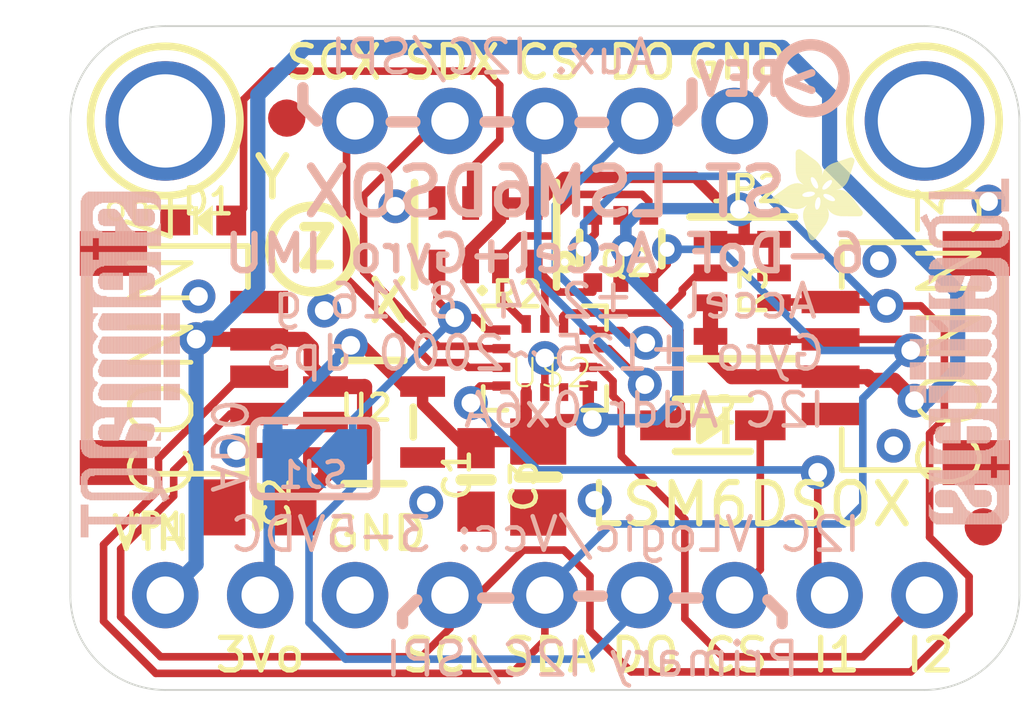
<source format=kicad_pcb>
(kicad_pcb (version 20211014) (generator pcbnew)
  (layers (0 "F.Cu" signal) (31 "B.Cu" signal) (34 "B.Paste" user) (35 "F.Paste" user) (36 "B.SilkS" user "B.Silkscreen") (37 "F.SilkS" user "F.Silkscreen") (38 "B.Mask" user) (39 "F.Mask" user) (44 "Edge.Cuts" user))
  (net 0 "")
  (net 1 "GND")
  (net 2 "SDA")
  (net 3 "SCL")
  (net 4 "SCL_3V")
  (net 5 "SDA_3V")
  (net 6 "3.3V")
  (net 7 "VCC")
  (net 8 "N$1")
  (net 9 "INT1")
  (net 10 "INT2")
  (net 11 "SDO")
  (net 12 "SDX")
  (net 13 "SCX")
  (net 14 "OCS_AUX")
  (net 15 "SDO_AUX")
  (net 16 "CS_5V")
  (net 17 "CS_3V")
  (footprint "boardEagle:1X05_ROUND_70" (layer "F.Cu") (at 148.5011 98.6536 180)
    (fp_text reference "JP2" (at -6.4262 -1.8288) (layer "F.SilkS") (effects (font (size 0.692831 0.692831) (thickness 0.119969)) (justify right)))
    (fp_text value "")
    (pad "1" thru_hole circle (at -5.08 0 270) (size 1.778 1.778) (drill 1) (layers *.Cu *.Mask) (net 1 "GND"))
    (pad "2" thru_hole circle (at -2.54 0 270) (size 1.778 1.778) (drill 1) (layers *.Cu *.Mask) (net 15 "SDO_AUX"))
    (pad "3" thru_hole circle (at 0 0 270) (size 1.778 1.778) (drill 1) (layers *.Cu *.Mask) (net 14 "OCS_AUX"))
    (pad "4" thru_hole circle (at 2.54 0 270) (size 1.778 1.778) (drill 1) (layers *.Cu *.Mask) (net 12 "SDX"))
    (pad "5" thru_hole circle (at 5.08 0 270) (size 1.778 1.778) (drill 1) (layers *.Cu *.Mask) (net 13 "SCX"))
  )
  (footprint "boardEagle:1X09_ROUND_70" (layer "F.Cu") (at 148.5011 111.3536)
    (fp_text reference "JP1" (at -11.5062 -1.8288) (layer "F.SilkS") (effects (font (size 0.692831 0.692831) (thickness 0.119969)) (justify left)))
    (fp_text value "")
    (pad "1" thru_hole circle (at -10.16 0 90) (size 1.778 1.778) (drill 1) (layers *.Cu *.Mask) (net 7 "VCC"))
    (pad "2" thru_hole circle (at -7.62 0 90) (size 1.778 1.778) (drill 1) (layers *.Cu *.Mask) (net 6 "3.3V"))
    (pad "3" thru_hole circle (at -5.08 0 90) (size 1.778 1.778) (drill 1) (layers *.Cu *.Mask) (net 1 "GND"))
    (pad "4" thru_hole circle (at -2.54 0 90) (size 1.778 1.778) (drill 1) (layers *.Cu *.Mask) (net 3 "SCL"))
    (pad "5" thru_hole circle (at 0 0 90) (size 1.778 1.778) (drill 1) (layers *.Cu *.Mask) (net 2 "SDA"))
    (pad "6" thru_hole circle (at 2.54 0 90) (size 1.778 1.778) (drill 1) (layers *.Cu *.Mask) (net 11 "SDO"))
    (pad "7" thru_hole circle (at 5.08 0 90) (size 1.778 1.778) (drill 1) (layers *.Cu *.Mask) (net 16 "CS_5V"))
    (pad "8" thru_hole circle (at 7.62 0 90) (size 1.778 1.778) (drill 1) (layers *.Cu *.Mask) (net 9 "INT1"))
    (pad "9" thru_hole circle (at 10.16 0 90) (size 1.778 1.778) (drill 1) (layers *.Cu *.Mask) (net 10 "INT2"))
  )
  (footprint "boardEagle:RESPACK_4X0603" (layer "F.Cu") (at 146.9136 101.7016 180)
    (fp_text reference "R2" (at -1.6 -1.6) (layer "F.SilkS") (effects (font (size 0.692831 0.692831) (thickness 0.119969)) (justify right)))
    (fp_text value "10K")
    (pad "1" smd rect (at -1.3 0.85 180) (size 0.45 0.9) (layers "F.Cu" "F.Paste" "F.Mask") (net 6 "3.3V"))
    (pad "2" smd rect (at -0.4 0.85 180) (size 0.45 0.9) (layers "F.Cu" "F.Paste" "F.Mask") (net 6 "3.3V"))
    (pad "3" smd rect (at 0.4 0.85 180) (size 0.45 0.9) (layers "F.Cu" "F.Paste" "F.Mask") (net 8 "N$1"))
    (pad "4" smd rect (at 1.3 0.85 180) (size 0.45 0.9) (layers "F.Cu" "F.Paste" "F.Mask") (net 1 "GND"))
    (pad "5" smd rect (at 1.3 -0.85 180) (size 0.45 0.9) (layers "F.Cu" "F.Paste" "F.Mask") (net 11 "SDO"))
    (pad "6" smd rect (at 0.4 -0.85 180) (size 0.45 0.9) (layers "F.Cu" "F.Paste" "F.Mask") (net 6 "3.3V"))
    (pad "7" smd rect (at -0.4 -0.85 180) (size 0.45 0.9) (layers "F.Cu" "F.Paste" "F.Mask") (net 5 "SDA_3V"))
    (pad "8" smd rect (at -1.3 -0.85 180) (size 0.45 0.9) (layers "F.Cu" "F.Paste" "F.Mask") (net 4 "SCL_3V"))
  )
  (footprint "boardEagle:RESPACK_4X0603" (layer "F.Cu") (at 153.7843 103.124 90)
    (fp_text reference "R3" (at -0.838 0.305 90) (layer "F.SilkS") (effects (font (size 0.692831 0.692831) (thickness 0.119969)) (justify left)))
    (fp_text value "10K")
    (pad "1" smd rect (at -1.3 0.85 90) (size 0.45 0.9) (layers "F.Cu" "F.Paste" "F.Mask") (net 2 "SDA"))
    (pad "2" smd rect (at -0.4 0.85 90) (size 0.45 0.9) (layers "F.Cu" "F.Paste" "F.Mask") (net 3 "SCL"))
    (pad "3" smd rect (at 0.4 0.85 90) (size 0.45 0.9) (layers "F.Cu" "F.Paste" "F.Mask") (net 6 "3.3V"))
    (pad "4" smd rect (at 1.3 0.85 90) (size 0.45 0.9) (layers "F.Cu" "F.Paste" "F.Mask") (net 6 "3.3V"))
    (pad "5" smd rect (at 1.3 -0.85 90) (size 0.45 0.9) (layers "F.Cu" "F.Paste" "F.Mask") (net 6 "3.3V"))
    (pad "6" smd rect (at 0.4 -0.85 90) (size 0.45 0.9) (layers "F.Cu" "F.Paste" "F.Mask") (net 17 "CS_3V"))
    (pad "7" smd rect (at -0.4 -0.85 90) (size 0.45 0.9) (layers "F.Cu" "F.Paste" "F.Mask") (net 7 "VCC"))
    (pad "8" smd rect (at -1.3 -0.85 90) (size 0.45 0.9) (layers "F.Cu" "F.Paste" "F.Mask") (net 7 "VCC"))
  )
  (footprint "boardEagle:JST_SH4" (layer "F.Cu") (at 158.6611 105.0036 90)
    (fp_text reference "CONN3" (at -3.711 0.704 90) (layer "F.SilkS") (effects (font (size 1.647139 1.647139) (thickness 0.130861)) (justify left)))
    (fp_text value "STEMMA_I2C_QT" hide)
    (pad "1" smd rect (at -1.5 -2.514 180) (size 1.55 0.6) (layers "F.Cu" "F.Paste" "F.Mask") (net 1 "GND"))
    (pad "2" smd rect (at -0.5 -2.514 180) (size 1.55 0.6) (layers "F.Cu" "F.Paste" "F.Mask") (net 7 "VCC"))
    (pad "3" smd rect (at 0.5 -2.514 180) (size 1.55 0.6) (layers "F.Cu" "F.Paste" "F.Mask") (net 2 "SDA"))
    (pad "4" smd rect (at 1.5 -2.514 180) (size 1.55 0.6) (layers "F.Cu" "F.Paste" "F.Mask") (net 3 "SCL"))
    (pad "MT1" smd rect (at -2.8 1.386 180) (size 1.8 1.2) (layers "F.Cu" "F.Paste" "F.Mask"))
    (pad "MT2" smd rect (at 2.8 1.386 180) (size 1.8 1.2) (layers "F.Cu" "F.Paste" "F.Mask"))
  )
  (footprint "boardEagle:MOUNTINGHOLE_2.5_PLATED" (layer "F.Cu") (at 138.3411 98.6536)
    (fp_text reference "U$1" hide)
    (fp_text value "MOUNTINGHOLE2.5" hide)
    (pad "P$1" thru_hole circle (at 0 0) (size 3.2 3.2) (drill 2.5) (layers *.Cu *.Mask))
  )
  (footprint "boardEagle:FIDUCIAL_1MM" (layer "F.Cu") (at 141.5923 98.5774)
    (fp_text reference "FID3" hide)
    (fp_text value "FIDUCIAL_1MM" hide)
    (pad "1" smd roundrect (at 0 0) (size 1 1) (layers "F.Cu" "F.Mask") (roundrect_rratio 0.5))
  )
  (footprint "boardEagle:SOD-323" (layer "F.Cu") (at 152.9969 106.807 180)
    (fp_text reference "D2" (at -0.719 0.397) (layer "F.SilkS") (effects (font (size 0.692831 0.692831) (thickness 0.119969)) (justify right)))
    (fp_text value "1N4148")
    (pad "A" smd rect (at 1.27 0 180) (size 1.35 0.8) (layers "F.Cu" "F.Paste" "F.Mask") (net 17 "CS_3V"))
    (pad "C" smd rect (at -1.27 0 180) (size 1.35 0.8) (layers "F.Cu" "F.Paste" "F.Mask") (net 16 "CS_5V"))
  )
  (footprint "boardEagle:CHIPLED_0603_NOOUTLINE" (layer "F.Cu") (at 139.3571 101.3206 90)
    (fp_text reference "D1" (at 0.508 0.889) (layer "F.SilkS") (effects (font (size 0.692831 0.692831) (thickness 0.119969)) (justify right)))
    (fp_text value "GREEN")
    (pad "A" smd rect (at 0 0.75 90) (size 0.8 0.8) (layers "F.Cu" "F.Paste" "F.Mask") (net 8 "N$1"))
    (pad "C" smd rect (at 0 -0.75 90) (size 0.8 0.8) (layers "F.Cu" "F.Paste" "F.Mask") (net 1 "GND"))
  )
  (footprint "boardEagle:ADAFRUIT_2.5MM" (layer "F.Cu") (at 157.0101 99.4156 180)
    (fp_text reference "U$9" hide)
    (fp_text value "" hide)
  )
  (footprint "boardEagle:FIDUCIAL_1MM" (layer "F.Cu") (at 160.2359 109.5248)
    (fp_text reference "FID4" hide)
    (fp_text value "FIDUCIAL_1MM" hide)
    (pad "1" smd roundrect (at 0 0) (size 1 1) (layers "F.Cu" "F.Mask") (roundrect_rratio 0.5))
  )
  (footprint "boardEagle:JST_SH4" (layer "F.Cu") (at 138.3411 105.0036 -90)
    (fp_text reference "CONN4" (at -4.6 0.069 90) (layer "F.SilkS") (effects (font (size 1.647139 1.647139) (thickness 0.130861)) (justify right)))
    (fp_text value "STEMMA_I2C_QT" hide)
    (pad "1" smd rect (at -1.5 -2.514) (size 1.55 0.6) (layers "F.Cu" "F.Paste" "F.Mask") (net 1 "GND"))
    (pad "2" smd rect (at -0.5 -2.514) (size 1.55 0.6) (layers "F.Cu" "F.Paste" "F.Mask") (net 7 "VCC"))
    (pad "3" smd rect (at 0.5 -2.514) (size 1.55 0.6) (layers "F.Cu" "F.Paste" "F.Mask") (net 2 "SDA"))
    (pad "4" smd rect (at 1.5 -2.514) (size 1.55 0.6) (layers "F.Cu" "F.Paste" "F.Mask") (net 3 "SCL"))
    (pad "MT1" smd rect (at -2.8 1.386) (size 1.8 1.2) (layers "F.Cu" "F.Paste" "F.Mask"))
    (pad "MT2" smd rect (at 2.8 1.386) (size 1.8 1.2) (layers "F.Cu" "F.Paste" "F.Mask"))
  )
  (footprint "boardEagle:SOT363" (layer "F.Cu") (at 150.5331 102.0826)
    (fp_text reference "Q2" (at -0.635 0.381) (layer "F.SilkS") (effects (font (size 0.692831 0.692831) (thickness 0.119969)) (justify left)))
    (fp_text value "BSS138")
    (pad "1" smd rect (at -0.75 0.9) (size 0.5 0.5) (layers "F.Cu" "F.Paste" "F.Mask") (net 4 "SCL_3V"))
    (pad "2" smd rect (at 0 0.9) (size 0.4 0.5) (layers "F.Cu" "F.Paste" "F.Mask") (net 6 "3.3V"))
    (pad "3" smd rect (at 0.75 0.9) (size 0.5 0.5) (layers "F.Cu" "F.Paste" "F.Mask") (net 2 "SDA"))
    (pad "4" smd rect (at 0.75 -0.9) (size 0.5 0.5) (layers "F.Cu" "F.Paste" "F.Mask") (net 5 "SDA_3V"))
    (pad "5" smd rect (at 0 -0.9) (size 0.4 0.5) (layers "F.Cu" "F.Paste" "F.Mask") (net 6 "3.3V"))
    (pad "6" smd rect (at -0.75 -0.9) (size 0.5 0.5) (layers "F.Cu" "F.Paste" "F.Mask") (net 3 "SCL"))
  )
  (footprint "boardEagle:MOUNTINGHOLE_2.5_PLATED" (layer "F.Cu") (at 158.6611 98.6536)
    (fp_text reference "U$17" hide)
    (fp_text value "MOUNTINGHOLE2.5" hide)
    (pad "P$1" thru_hole circle (at 0 0) (size 3.2 3.2) (drill 2.5) (layers *.Cu *.Mask))
  )
  (footprint "boardEagle:SOT23-5" (layer "F.Cu") (at 143.9291 106.7181 -90)
    (fp_text reference "U2" (at -0.381 -0.562) (layer "F.SilkS") (effects (font (size 0.692831 0.692831) (thickness 0.119969)) (justify right)))
    (fp_text value "AP2112K-3.3")
    (pad "1" smd rect (at -0.95 1.3001 270) (size 0.55 1.2) (layers "F.Cu" "F.Paste" "F.Mask") (net 7 "VCC"))
    (pad "2" smd rect (at 0 1.3001 270) (size 0.55 1.2) (layers "F.Cu" "F.Paste" "F.Mask") (net 1 "GND"))
    (pad "3" smd rect (at 0.95 1.3001 270) (size 0.55 1.2) (layers "F.Cu" "F.Paste" "F.Mask") (net 7 "VCC"))
    (pad "4" smd rect (at 0.95 -1.3001 270) (size 0.55 1.2) (layers "F.Cu" "F.Paste" "F.Mask"))
    (pad "5" smd rect (at -0.95 -1.3001 270) (size 0.55 1.2) (layers "F.Cu" "F.Paste" "F.Mask") (net 6 "3.3V"))
  )
  (footprint "boardEagle:0603-NO" (layer "F.Cu") (at 146.6596 108.2675 -90)
    (fp_text reference "C1" (at -0.889 0.508 90) (layer "F.SilkS") (effects (font (size 0.692831 0.692831) (thickness 0.119969)) (justify right)))
    (fp_text value "0.1uF")
    (pad "1" smd rect (at -0.85 0 270) (size 1.075 1) (layers "F.Cu" "F.Paste" "F.Mask") (net 6 "3.3V"))
    (pad "2" smd rect (at 0.85 0 270) (size 1.075 1) (layers "F.Cu" "F.Paste" "F.Mask") (net 1 "GND"))
  )
  (footprint "boardEagle:LGA-14L" (layer "F.Cu") (at 148.5011 105.0036)
    (fp_text reference "U$2" (at -0.984 0.405) (layer "F.SilkS") (effects (font (size 0.752978 0.752978) (thickness 0.059822)) (justify left)))
    (fp_text value "LSM6DSOX")
    (fp_text user "." (at -2.159 -1.524) (layer "F.SilkS") (effects (font (size 1.63576 1.63576) (thickness 0.14224)) (justify left bottom)))
    (pad "1" smd rect (at -1.1625 -0.75) (size 0.475 0.25) (layers "F.Cu" "F.Paste" "F.Mask") (net 11 "SDO"))
    (pad "2" smd rect (at -1.1625 -0.25) (size 0.475 0.25) (layers "F.Cu" "F.Paste" "F.Mask") (net 12 "SDX"))
    (pad "3" smd rect (at -1.1625 0.25) (size 0.475 0.25) (layers "F.Cu" "F.Paste" "F.Mask") (net 13 "SCX"))
    (pad "4" smd rect (at -1.1625 0.75) (size 0.475 0.25) (layers "F.Cu" "F.Paste" "F.Mask") (net 9 "INT1"))
    (pad "5" smd rect (at -0.5 0.9125 90) (size 0.475 0.25) (layers "F.Cu" "F.Paste" "F.Mask") (net 6 "3.3V"))
    (pad "6" smd rect (at 0 0.9125 90) (size 0.475 0.25) (layers "F.Cu" "F.Paste" "F.Mask") (net 1 "GND"))
    (pad "7" smd rect (at 0.5 0.9125 90) (size 0.475 0.25) (layers "F.Cu" "F.Paste" "F.Mask") (net 1 "GND"))
    (pad "8" smd rect (at 1.1625 0.75 180) (size 0.475 0.25) (layers "F.Cu" "F.Paste" "F.Mask") (net 6 "3.3V"))
    (pad "9" smd rect (at 1.1625 0.25 180) (size 0.475 0.25) (layers "F.Cu" "F.Paste" "F.Mask") (net 10 "INT2"))
    (pad "10" smd rect (at 1.1625 -0.25 180) (size 0.475 0.25) (layers "F.Cu" "F.Paste" "F.Mask") (net 14 "OCS_AUX"))
    (pad "11" smd rect (at 1.1625 -0.75 180) (size 0.475 0.25) (layers "F.Cu" "F.Paste" "F.Mask") (net 15 "SDO_AUX"))
    (pad "12" smd rect (at 0.5 -0.9125 270) (size 0.475 0.25) (layers "F.Cu" "F.Paste" "F.Mask") (net 17 "CS_3V"))
    (pad "13" smd rect (at 0 -0.9125 270) (size 0.475 0.25) (layers "F.Cu" "F.Paste" "F.Mask") (net 4 "SCL_3V"))
    (pad "14" smd rect (at -0.5 -0.9125 270) (size 0.475 0.25) (layers "F.Cu" "F.Paste" "F.Mask") (net 5 "SDA_3V"))
  )
  (footprint "boardEagle:0805-NO" (layer "F.Cu") (at 140.8176 109.0041 180)
    (fp_text reference "C2" (at -0.508 -0.635 90) (layer "F.SilkS") (effects (font (size 0.692831 0.692831) (thickness 0.119969)) (justify left)))
    (fp_text value "10uF")
    (pad "1" smd rect (at -0.95 0 180) (size 1.24 1.5) (layers "F.Cu" "F.Paste" "F.Mask") (net 7 "VCC"))
    (pad "2" smd rect (at 0.95 0 180) (size 1.24 1.5) (layers "F.Cu" "F.Paste" "F.Mask") (net 1 "GND"))
  )
  (footprint "boardEagle:0805-NO" (layer "F.Cu") (at 148.3233 108.1913 -90)
    (fp_text reference "C3" (at -0.508 0.381 90) (layer "F.SilkS") (effects (font (size 0.692831 0.692831) (thickness 0.119969)) (justify right)))
    (fp_text value "10uF")
    (pad "1" smd rect (at -0.95 0 270) (size 1.24 1.5) (layers "F.Cu" "F.Paste" "F.Mask") (net 6 "3.3V"))
    (pad "2" smd rect (at 0.95 0 270) (size 1.24 1.5) (layers "F.Cu" "F.Paste" "F.Mask") (net 1 "GND"))
  )
  (footprint "boardEagle:STEMMAQT" (layer "B.Cu") (at 138.7221 100.5586 -90)
    (fp_text reference "U$31" hide)
    (fp_text value "" hide)
  )
  (footprint "boardEagle:STEMMAQT" (layer "B.Cu") (at 158.2801 109.4486 90)
    (fp_text reference "U$30" hide)
    (fp_text value "" hide)
  )
  (footprint "boardEagle:PCBFEAT-REV-040" (layer "B.Cu") (at 155.6131 97.5106 180)
    (fp_text reference "U$25" hide)
    (fp_text value "" hide)
    (fp_text user ">REV" (at -0.3556 -0.508) (layer "B.SilkS") (effects (font (size 0.8128 0.8128) (thickness 0.2032)) (justify left bottom mirror)))
  )
  (footprint "boardEagle:SOLDERJUMPER_ARROW_NOPASTE" (layer "B.Cu") (at 142.3416 107.696 180)
    (fp_text reference "SJ1" (at -0.9525 -0.4445) (layer "B.SilkS") (effects (font (size 0.692831 0.692831) (thickness 0.119969)) (justify left mirror)))
    (fp_text value "")
    (fp_poly (pts (xy 1.3946 -0.7882) (xy -0.315893 -0.7882) (xy 0.443148 0) (xy -0.315893 0.7882) (xy 1.3946 0.7882)) (layer "B.Cu") (width 0) (fill solid))
    (fp_poly (pts (xy 0.106121 -0.002663) (xy -0.679416 -0.7882) (xy -1.3946 -0.7882) (xy -1.3946 0.7882) (xy -0.62715 0.7882)) (layer "B.Cu") (width 0) (fill solid))
    (pad "1" smd roundrect (at -1.016 0 180) (size 0.762 1.524) (layers "B.Cu") (net 11 "SDO"))
    (pad "2" smd roundrect (at 1.016 0 180) (size 0.762 1.524) (layers "B.Cu") (net 6 "3.3V"))
  )
  (gr_line (start 152.4381 98.2726) (end 152.4381 97.6376) (layer "B.SilkS") (width 0.3048))
  (gr_line (start 147.5359 111.4298) (end 146.8374 111.4298) (layer "B.SilkS") (width 0.3048))
  (gr_line (start 149.4409 98.6917) (end 150.0759 98.6917) (layer "B.SilkS") (width 0.3048))
  (gr_line (start 144.3863 98.679) (end 145.0213 98.679) (layer "B.SilkS") (width 0.3048))
  (gr_line (start 152.0571 98.6536) (end 152.4381 98.2726) (layer "B.SilkS") (width 0.3048))
  (gr_line (start 142.0241 98.2726) (end 142.0241 97.7646) (layer "B.SilkS") (width 0.3048))
  (gr_line (start 144.6911 111.8616) (end 144.6911 112.1156) (layer "B.SilkS") (width 0.3048))
  (gr_line (start 150.0378 111.379) (end 149.4028 111.379) (layer "B.SilkS") (width 0.3048))
  (gr_line (start 154.8511 111.8616) (end 154.8511 112.1156) (layer "B.SilkS") (width 0.3048))
  (gr_line (start 142.4051 98.6536) (end 142.0241 98.2726) (layer "B.SilkS") (width 0.3048))
  (gr_line (start 154.4701 111.4806) (end 154.8511 111.8616) (layer "B.SilkS") (width 0.3048))
  (gr_line (start 152.6032 111.4298) (end 151.9682 111.4298) (layer "B.SilkS") (width 0.3048))
  (gr_line (start 146.9009 98.679) (end 147.5359 98.679) (layer "B.SilkS") (width 0.3048))
  (gr_line (start 145.0721 111.4806) (end 144.6911 111.8616) (layer "B.SilkS") (width 0.3048))
  (gr_arc (start 143.4251 102.0836) (mid 143.090323 102.891823) (end 142.2821 103.2266) (layer "F.SilkS") (width 0.254))
  (gr_arc (start 142.2821 103.2266) (mid 141.473877 102.891823) (end 141.1391 102.0836) (layer "F.SilkS") (width 0.254))
  (gr_arc (start 141.1391 102.0836) (mid 141.473877 101.275377) (end 142.2821 100.9406) (layer "F.SilkS") (width 0.254))
  (gr_arc (start 142.2821 100.9406) (mid 143.096188 101.269514) (end 143.4251 102.083602) (layer "F.SilkS") (width 0.254))
  (gr_line (start 158.6611 96.1136) (end 138.3411 96.1136) (layer "Edge.Cuts") (width 0.05))
  (gr_line (start 138.3411 113.8936) (end 158.6611 113.8936) (layer "Edge.Cuts") (width 0.05))
  (gr_line (start 161.2011 111.3536) (end 161.2011 98.6536) (layer "Edge.Cuts") (width 0.05))
  (gr_line (start 135.8011 98.6536) (end 135.8011 111.3536) (layer "Edge.Cuts") (width 0.05))
  (gr_arc (start 158.6611 96.1136) (mid 160.457151 96.857549) (end 161.2011 98.6536) (layer "Edge.Cuts") (width 0.05))
  (gr_arc (start 138.3411 113.8936) (mid 136.545049 113.149651) (end 135.8011 111.3536) (layer "Edge.Cuts") (width 0.05))
  (gr_arc (start 135.8011 98.6536) (mid 136.545049 96.857549) (end 138.3411 96.1136) (layer "Edge.Cuts") (width 0.05))
  (gr_arc (start 161.2011 111.3536) (mid 160.457151 113.149651) (end 158.6611 113.8936) (layer "Edge.Cuts") (width 0.05))
  (gr_text "Gyro ±125~~2000 dps" (at 148.5011 104.8766) (layer "B.SilkS") (effects (font (size 0.89408 0.89408) (thickness 0.12192)) (justify mirror)))
  (gr_text "Primary I2C/SPI" (at 149.7711 113.0681) (layer "B.SilkS") (effects (font (size 0.89408 0.89408) (thickness 0.12192)) (justify mirror)))
  (gr_text "Accel  ±2/4/8/16 g" (at 148.5011 103.4796) (layer "B.SilkS") (effects (font (size 0.89408 0.89408) (thickness 0.12192)) (justify mirror)))
  (gr_text "6-DoF Accel+Gyro IMU" (at 148.5011 102.2096) (layer "B.SilkS") (effects (font (size 0.97155 0.97155) (thickness 0.17145)) (justify mirror)))
  (gr_text "I2C Addr 0x6A" (at 151.1681 106.4006) (layer "B.SilkS") (effects (font (size 0.89408 0.89408) (thickness 0.12192)) (justify mirror)))
  (gr_text "AD0" (at 140.0302 107.3531 -90) (layer "B.SilkS") (effects (font (size 0.89408 0.89408) (thickness 0.12192)) (justify mirror)))
  (gr_text "I2C VLogic/Vcc: 3-5VDC" (at 148.5138 109.728) (layer "B.SilkS") (effects (font (size 0.89408 0.89408) (thickness 0.12192)) (justify mirror)))
  (gr_text "Aux. I2C/SPI" (at 147.1041 96.9391) (layer "B.SilkS") (effects (font (size 0.89408 0.89408) (thickness 0.12192)) (justify mirror)))
  (gr_text "ST LSM6DSOX" (at 148.5011 100.5586) (layer "B.SilkS") (effects (font (size 1.25222 1.25222) (thickness 0.22098)) (justify mirror)))
  (gr_text "LSM6DSOX" (at 154.0002 108.9279) (layer "F.SilkS") (effects (font (size 1.1049 1.1049) (thickness 0.1651))))
  (gr_text "I2" (at 158.8135 112.96015) (layer "F.SilkS") (effects (font (size 0.87376 0.87376) (thickness 0.14224))))
  (gr_text "SDX" (at 146.0119 97.08515) (layer "F.SilkS") (effects (font (size 0.87376 0.87376) (thickness 0.14224))))
  (gr_text "CS" (at 153.6065 112.96015) (layer "F.SilkS") (effects (font (size 0.87376 0.87376) (thickness 0.14224))))
  (gr_text "DO" (at 151.1046 97.08515) (layer "F.SilkS") (effects (font (size 0.87376 0.87376) (thickness 0.14224))))
  (gr_text "Y" (at 140.6231 100.8116) (layer "F.SilkS") (effects (font (size 1.0922 1.0922) (thickness 0.1778)) (justify left bottom)))
  (gr_text "DO" (at 151.1808 112.96015) (layer "F.SilkS") (effects (font (size 0.87376 0.87376) (thickness 0.14224))))
  (gr_text "VIN" (at 137.9601 109.7026) (layer "F.SilkS") (effects (font (size 0.87376 0.87376) (thickness 0.14224))))
  (gr_text "GND" (at 143.9926 109.7026) (layer "F.SilkS") (effects (font (size 0.87376 0.87376) (thickness 0.14224))))
  (gr_text "SCL" (at 145.8976 112.96015) (layer "F.SilkS") (effects (font (size 0.87376 0.87376) (thickness 0.14224))))
  (gr_text "X" (at 144.9491 102.8456) (layer "F.SilkS") (effects (font (size 1.0922 1.0922) (thickness 0.1778)) (justify right top)))
  (gr_text "on" (at 136.6266 101.3841) (layer "F.SilkS") (effects (font (size 0.715264 0.715264) (thickness 0.097536)) (justify left bottom)))
  (gr_text "SDA" (at 148.6281 112.96015) (layer "F.SilkS") (effects (font (size 0.87376 0.87376) (thickness 0.14224))))
  (gr_text "SCX" (at 142.8496 97.08515) (layer "F.SilkS") (effects (font (size 0.87376 0.87376) (thickness 0.14224))))
  (gr_text "3Vo" (at 140.8811 112.96015) (layer "F.SilkS") (effects (font (size 0.87376 0.87376) (thickness 0.14224))))
  (gr_text "CS" (at 148.6027 97.08515) (layer "F.SilkS") (effects (font (size 0.87376 0.87376) (thickness 0.14224))))
  (gr_text "GND" (at 153.6446 97.08515) (layer "F.SilkS") (effects (font (size 0.87376 0.87376) (thickness 0.14224))))
  (gr_text "Z" (at 143.0441 101.4486) (layer "F.SilkS") (effects (font (size 1.016 1.016) (thickness 0.254)) (justify right top)))
  (gr_text "I1" (at 156.2989 112.96015) (layer "F.SilkS") (effects (font (size 0.87376 0.87376) (thickness 0.14224))))
  (segment (start 142.114662 106.7962) (end 141.430762 107.4801) (width 0.254) (layer "F.Cu") (net 1))
  (segment (start 148.5011 105.9161) (end 148.5011 105.0036) (width 0.2032) (layer "F.Cu") (net 1))
  (segment (start 142.629 106.7181) (end 142.5509 106.7962) (width 0.4064) (layer "F.Cu") (net 1))
  (segment (start 141.430762 107.4801) (end 140.2461 107.4801) (width 0.4064) (layer "F.Cu") (net 1))
  (segment (start 142.5509 106.7962) (end 142.114662 106.7962) (width 0.254) (layer "F.Cu") (net 1))
  (via (at 148.5011 105.0036) (size 0.9064) (drill 0.5) (layers "F.Cu" "B.Cu") (net 1))
  (via (at 160.3756 100.8126) (size 0.9064) (drill 0.5) (layers "F.Cu" "B.Cu") (net 1))
  (via (at 145.3261 108.8771) (size 0.9064) (drill 0.5) (layers "F.Cu" "B.Cu") (net 1))
  (via (at 157.4546 102.4001) (size 0.9064) (drill 0.5) (layers "F.Cu" "B.Cu") (net 1))
  (via (at 157.8356 107.3531) (size 0.9064) (drill 0.5) (layers "F.Cu" "B.Cu") (net 1))
  (via (at 149.8346 108.8136) (size 0.9064) (drill 0.5) (layers "F.Cu" "B.Cu") (net 1))
  (via (at 144.5006 100.9396) (size 0.9064) (drill 0.5) (layers "F.Cu" "B.Cu") (net 1))
  (via (at 142.5956 103.7336) (size 0.9064) (drill 0.5) (layers "F.Cu" "B.Cu") (net 1))
  (via (at 140.2461 107.4801) (size 0.9064) (drill 0.5) (layers "F.Cu" "B.Cu") (net 1))
  (via (at 139.2301 103.3526) (size 0.9064) (drill 0.5) (layers "F.Cu" "B.Cu") (net 1))
  (segment (start 151.2831 102.9826) (end 151.7731 102.4926) (width 0.2032) (layer "F.Cu") (net 2))
  (segment (start 136.6901 109.99965) (end 136.6901 112.0521) (width 0.2032) (layer "F.Cu") (net 2))
  (segment (start 147.6121 113.4491) (end 148.5011 112.5601) (width 0.2032) (layer "F.Cu") (net 2))
  (segment (start 156.1471 104.5036) (end 154.7139 104.5036) (width 0.2032) (layer "F.Cu") (net 2))
  (segment (start 154.6343 104.424) (end 154.7139 104.5036) (width 0.2032) (layer "F.Cu") (net 2))
  (segment (start 138.1599 107.69275) (end 138.1599 108.52985) (width 0.2032) (layer "F.Cu") (net 2))
  (segment (start 151.7731 102.4926) (end 151.7731 102.091738) (width 0.2032) (layer "F.Cu") (net 2))
  (segment (start 148.5011 112.5601) (end 148.5011 111.3536) (width 0.2032) (layer "F.Cu") (net 2))
  (segment (start 156.1471 104.5036) (end 158.2928 104.5036) (width 0.2032) (layer "F.Cu") (net 2))
  (segment (start 136.6901 112.0521) (end 138.0871 113.4491) (width 0.2032) (layer "F.Cu") (net 2))
  (segment (start 140.34905 105.5036) (end 138.1599 107.69275) (width 0.2032) (layer "F.Cu") (net 2))
  (segment (start 138.1599 108.52985) (end 136.6901 109.99965) (width 0.2032) (layer "F.Cu") (net 2))
  (segment (start 138.0871 113.4491) (end 147.6121 113.4491) (width 0.2032) (layer "F.Cu") (net 2))
  (segment (start 140.8551 105.5036) (end 140.34905 105.5036) (width 0.2032) (layer "F.Cu") (net 2))
  (segment (start 158.2928 104.5036) (end 158.2928 104.8004) (width 0.2032) (layer "F.Cu") (net 2))
  (via (at 158.2928 104.8004) (size 0.9064) (drill 0.5) (layers "F.Cu" "B.Cu") (net 2))
  (via (at 151.7731 102.091738) (size 0.8064) (drill 0.4) (layers "F.Cu" "B.Cu") (net 2))
  (segment (start 151.7731 102.091738) (end 153.209237 102.091738) (width 0.2032) (layer "B.Cu") (net 2))
  (segment (start 158.2928 104.8004) (end 157.0101 106.0831) (width 0.2032) (layer "B.Cu") (net 2))
  (segment (start 157.0101 106.0831) (end 157.0101 108.9406) (width 0.2032) (layer "B.Cu") (net 2))
  (segment (start 148.5011 111.2266) (end 148.5011 111.3536) (width 0.2032) (layer "B.Cu") (net 2))
  (segment (start 153.209237 102.091738) (end 155.9179 104.8004) (width 0.2032) (layer "B.Cu") (net 2))
  (segment (start 150.2791 109.4486) (end 148.5011 111.2266) (width 0.2032) (layer "B.Cu") (net 2))
  (segment (start 156.5021 109.4486) (end 150.2791 109.4486) (width 0.2032) (layer "B.Cu") (net 2))
  (segment (start 157.0101 108.9406) (end 156.5021 109.4486) (width 0.2032) (layer "B.Cu") (net 2))
  (segment (start 158.2928 104.8004) (end 155.9179 104.8004) (width 0.2032) (layer "B.Cu") (net 2))
  (segment (start 149.0091 110.1471) (end 149.7076 110.8456) (width 0.2032) (layer "F.Cu") (net 3))
  (segment (start 138.5663 108.0169) (end 138.5663 108.698188) (width 0.2032) (layer "F.Cu") (net 3))
  (segment (start 157.5421 103.5036) (end 157.6451 103.6066) (width 0.2032) (layer "F.Cu") (net 3))
  (segment (start 147.92405 110.1471) (end 146.71755 111.3536) (width 0.2032) (layer "F.Cu") (net 3))
  (segment (start 145.9611 111.3536) (end 146.71755 111.3536) (width 0.2032) (layer "F.Cu") (net 3))
  (segment (start 156.1471 103.5036) (end 157.5421 103.5036) (width 0.2032) (layer "F.Cu") (net 3))
  (segment (start 158.5595 103.6066) (end 157.6451 103.6066) (width 0.2032) (layer "F.Cu") (net 3))
  (segment (start 149.8466 101.676013) (end 149.538937 101.983675) (width 0.2032) (layer "F.Cu") (net 3))
  (segment (start 159.1945 106.6292) (end 159.1945 104.2416) (width 0.2032) (layer "F.Cu") (net 3))
  (segment (start 149.7076 112.3061) (end 150.8125 113.411) (width 0.2032) (layer "F.Cu") (net 3))
  (segment (start 159.8549 111.848094) (end 159.8549 110.859107) (width 0.2032) (layer "F.Cu") (net 3))
  (segment (start 159.1945 104.2416) (end 158.5595 103.6066) (width 0.2032) (layer "F.Cu") (net 3))
  (segment (start 138.5663 108.698188) (end 137.1473 110.117188) (width 0.2032) (layer "F.Cu") (net 3))
  (segment (start 140.0796 106.5036) (end 138.5663 108.0169) (width 0.2032) (layer "F.Cu") (net 3))
  (segment (start 137.1473 110.117188) (end 137.1473 111.934563) (width 0.2032) (layer "F.Cu") (net 3))
  (segment (start 149.7831 101.1826) (end 149.8466 101.2461) (width 0.2032) (layer "F.Cu") (net 3))
  (segment (start 149.8466 101.2461) (end 149.8466 101.676013) (width 0.2032) (layer "F.Cu") (net 3))
  (segment (start 145.1991 113.0046) (end 145.9611 112.2426) (width 0.2032) (layer "F.Cu") (net 3))
  (segment (start 137.1473 111.934563) (end 138.217337 113.0046) (width 0.2032) (layer "F.Cu") (net 3))
  (segment (start 158.798034 107.025666) (end 159.1945 106.6292) (width 0.2032) (layer "F.Cu") (net 3))
  (segment (start 156.1471 103.5036) (end 154.6547 103.5036) (width 0.2032) (layer "F.Cu") (net 3))
  (segment (start 158.798034 109.802241) (end 158.798034 107.025666) (width 0.2032) (layer "F.Cu") (net 3))
  (segment (start 138.217337 113.0046) (end 145.1991 113.0046) (width 0.2032) (layer "F.Cu") (net 3))
  (segment (start 145.9611 112.2426) (end 145.9611 111.3536) (width 0.2032) (layer "F.Cu") (net 3))
  (segment (start 158.291993 113.411) (end 159.8549 111.848094) (width 0.2032) (layer "F.Cu") (net 3))
  (segment (start 149.7076 110.8456) (end 149.7076 112.3061) (width 0.2032) (layer "F.Cu") (net 3))
  (segment (start 150.8125 113.411) (end 158.291993 113.411) (width 0.2032) (layer "F.Cu") (net 3))
  (segment (start 140.8551 106.5036) (end 140.0796 106.5036) (width 0.2032) (layer "F.Cu") (net 3))
  (segment (start 149.538937 102.0826) (end 149.538937 101.983675) (width 0.2032) (layer "F.Cu") (net 3))
  (segment (start 147.92405 110.1471) (end 149.0091 110.1471) (width 0.2032) (layer "F.Cu") (net 3))
  (segment (start 159.8549 110.859107) (end 158.798034 109.802241) (width 0.2032) (layer "F.Cu") (net 3))
  (segment (start 154.6343 103.524) (end 154.6547 103.5036) (width 0.2032) (layer "F.Cu") (net 3))
  (via (at 149.538937 102.0826) (size 0.8064) (drill 0.4) (layers "F.Cu" "B.Cu") (net 3))
  (via (at 157.6451 103.6066) (size 0.9064) (drill 0.5) (layers "F.Cu" "B.Cu") (net 3))
  (segment (start 157.6451 103.6066) (end 157.3911 103.6066) (width 0.2032) (layer "B.Cu") (net 3))
  (segment (start 153.920437 100.135938) (end 150.807559 100.135938) (width 0.2032) (layer "B.Cu") (net 3))
  (segment (start 150.807559 100.135938) (end 149.538937 101.40456) (width 0.2032) (layer "B.Cu") (net 3))
  (segment (start 149.538937 101.40456) (end 149.538937 102.0826) (width 0.2032) (layer "B.Cu") (net 3))
  (segment (start 157.3911 103.6066) (end 153.920437 100.135938) (width 0.2032) (layer "B.Cu") (net 3))
  (segment (start 148.2136 102.5516) (end 148.8986 103.2366) (width 0.2032) (layer "F.Cu") (net 4))
  (segment (start 148.5011 102.8391) (end 148.2136 102.5516) (width 0.2032) (layer "F.Cu") (net 4))
  (segment (start 149.7831 103.236597) (end 149.783096 103.2366) (width 0.2032) (layer "F.Cu") (net 4))
  (segment (start 149.783096 103.2366) (end 148.8986 103.2366) (width 0.2032) (layer "F.Cu") (net 4))
  (segment (start 148.5011 104.0911) (end 148.5011 102.8391) (width 0.2032) (layer "F.Cu") (net 4))
  (segment (start 149.7831 102.9826) (end 149.7831 103.236597) (width 0.2032) (layer "F.Cu") (net 4))
  (segment (start 151.2831 100.8006) (end 151.2831 101.1826) (width 0.2032) (layer "F.Cu") (net 5))
  (segment (start 147.3136 103.4036) (end 147.3136 102.5516) (width 0.2032) (layer "F.Cu") (net 5))
  (segment (start 148.0011 104.0911) (end 147.3136 103.4036) (width 0.2032) (layer "F.Cu") (net 5))
  (segment (start 148.8069 101.7334) (end 148.8069 101.1418) (width 0.2032) (layer "F.Cu") (net 5))
  (segment (start 151.2831 100.8006) (end 151.1046 100.6221) (width 0.2032) (layer "F.Cu") (net 5))
  (segment (start 147.3136 102.5516) (end 147.3136 102.2541) (width 0.2032) (layer "F.Cu") (net 5))
  (segment (start 149.3266 100.6221) (end 148.8069 101.1418) (width 0.2032) (layer "F.Cu") (net 5))
  (segment (start 151.1046 100.6221) (end 149.3266 100.6221) (width 0.2032) (layer "F.Cu") (net 5))
  (segment (start 147.3136 102.2541) (end 147.8343 101.7334) (width 0.2032) (layer "F.Cu") (net 5))
  (segment (start 147.8343 101.7334) (end 148.8069 101.7334) (width 0.2032) (layer "F.Cu") (net 5))
  (segment (start 149.6636 106.5716) (end 149.5806 106.6546) (width 0.3048) (layer "F.Cu") (net 6))
  (segment (start 148.0011 105.9161) (end 148.0011 106.9191) (width 0.3048) (layer "F.Cu") (net 6))
  (segment (start 146.5136 102.1016) (end 147.3136 101.3016) (width 0.3048) (layer "F.Cu") (net 6))
  (segment (start 146.5136 102.5516) (end 146.5136 102.1016) (width 0.3048) (layer "F.Cu") (net 6))
  (segment (start 149.0273 100.1649) (end 148.3406 100.8516) (width 0.3048) (layer "F.Cu") (net 6))
  (segment (start 153.7081 101.0205) (end 153.8351 101.1475) (width 0.3048) (layer "F.Cu") (net 6))
  (segment (start 150.669237 101.318738) (end 150.669237 102.0826) (width 0.3048) (layer "F.Cu") (net 6))
  (segment (start 150.5331 102.218738) (end 150.5331 102.9826) (width 0.3048) (layer "F.Cu") (net 6))
  (segment (start 154.6343 101.8286) (end 154.6343 101.824) (width 0.3048) (layer "F.Cu") (net 6))
  (segment (start 148.2136 100.8516) (end 148.3406 100.8516) (width 0.3048) (layer "F.Cu") (net 6))
  (segment (start 153.3863 101.0205) (end 152.5307 100.1649) (width 0.3048) (layer "F.Cu") (net 6))
  (segment (start 148.2136 100.8516) (end 147.3136 100.8516) (width 0.3048) (layer "F.Cu") (net 6))
  (segment (start 149.6636 105.7536) (end 149.6636 106.5716) (width 0.3048) (layer "F.Cu") (net 6))
  (segment (start 149.5806 106.6546) (end 149.7711 106.6546) (width 0.3048) (layer "F.Cu") (net 6))
  (segment (start 146.4065 107.4175) (end 146.6596 107.4175) (width 0.3048) (layer "F.Cu") (net 6))
  (segment (start 153.8351 101.1475) (end 153.8351 101.824) (width 0.3048) (layer "F.Cu") (net 6))
  (segment (start 152.5307 100.1649) (end 149.0273 100.1649) (width 0.3048) (layer "F.Cu") (net 6))
  (segment (start 148.3233 107.2413) (end 148.0011 106.9191) (width 0.3048) (layer "F.Cu") (net 6))
  (segment (start 152.9343 101.824) (end 153.8351 101.824) (width 0.3048) (layer "F.Cu") (net 6))
  (segment (start 154.6343 102.724) (end 154.6343 101.8286) (width 0.3048) (layer "F.Cu") (net 6))
  (segment (start 153.8351 101.824) (end 154.6297 101.824) (width 0.3048) (layer "F.Cu") (net 6))
  (segment (start 148.91 106.6546) (end 149.5806 106.6546) (width 0.3048) (layer "F.Cu") (net 6))
  (segment (start 153.7081 101.0205) (end 153.3863 101.0205) (width 0.3048) (layer "F.Cu") (net 6))
  (segment (start 150.5331 101.1826) (end 150.669237 101.318738) (width 0.3048) (layer "F.Cu") (net 6))
  (segment (start 147.3136 101.3016) (end 147.3136 100.8516) (width 0.3048) (layer "F.Cu") (net 6))
  (segment (start 146.8358 107.2413) (end 148.3233 107.2413) (width 0.3048) (layer "F.Cu") (net 6))
  (segment (start 144.728087 105.7681) (end 143.6243 104.664313) (width 0.3048) (layer "F.Cu") (net 6))
  (segment (start 148.3233 107.2413) (end 148.91 106.6546) (width 0.3048) (layer "F.Cu") (net 6))
  (segment (start 154.6297 101.824) (end 154.6343 101.8286) (width 0.3048) (layer "F.Cu") (net 6))
  (segment (start 144.728087 105.7681) (end 145.2292 105.7681) (width 0.3048) (layer "F.Cu") (net 6))
  (segment (start 143.3068 104.664313) (end 143.6243 104.664313) (width 0.3048) (layer "F.Cu") (net 6))
  (segment (start 145.2292 105.7681) (end 145.2292 106.2402) (width 0.3048) (layer "F.Cu") (net 6))
  (segment (start 145.2292 106.2402) (end 146.4065 107.4175) (width 0.3048) (layer "F.Cu") (net 6))
  (segment (start 150.669237 102.0826) (end 150.5331 102.218738) (width 0.3048) (layer "F.Cu") (net 6))
  (segment (start 146.6596 107.4175) (end 146.8358 107.2413) (width 0.3048) (layer "F.Cu") (net 6))
  (via (at 143.3068 104.664313) (size 0.9064) (drill 0.5) (layers "F.Cu" "B.Cu") (net 6))
  (via (at 150.669237 102.0826) (size 0.8064) (drill 0.4) (layers "F.Cu" "B.Cu") (net 6))
  (via (at 149.7711 106.6546) (size 0.9064) (drill 0.5) (layers "F.Cu" "B.Cu") (net 6))
  (via (at 153.7081 101.0205) (size 0.9064) (drill 0.5) (layers "F.Cu" "B.Cu") (net 6))
  (segment (start 151.113737 101.0031) (end 153.6907 101.0031) (width 0.3048) (layer "B.Cu") (net 6))
  (segment (start 150.669237 102.7176) (end 150.669237 102.0826) (width 0.3048) (layer "B.Cu") (net 6))
  (segment (start 152.0571 104.105463) (end 150.669237 102.7176) (width 0.3048) (layer "B.Cu") (net 6))
  (segment (start 152.0571 104.105463) (end 152.0571 106.0831) (width 0.3048) (layer "B.Cu") (net 6))
  (segment (start 150.669237 102.0826) (end 150.669237 101.4476) (width 0.3048) (layer "B.Cu") (net 6))
  (segment (start 143.3068 104.664313) (end 141.3256 106.645513) (width 0.3048) (layer "B.Cu") (net 6))
  (segment (start 150.669237 101.4476) (end 151.113737 101.0031) (width 0.3048) (layer "B.Cu") (net 6))
  (segment (start 152.0571 106.0831) (end 151.4856 106.6546) (width 0.3048) (layer "B.Cu") (net 6))
  (segment (start 141.3256 106.645513) (end 141.3256 107.696) (width 0.3048) (layer "B.Cu") (net 6))
  (segment (start 141.1224 111.1123) (end 140.8811 111.3536) (width 0.3048) (layer "B.Cu") (net 6))
  (segment (start 143.3068 104.664313) (end 141.1224 106.848713) (width 0.3048) (layer "B.Cu") (net 6))
  (segment (start 151.4856 106.6546) (end 149.7711 106.6546) (width 0.3048) (layer "B.Cu") (net 6))
  (segment (start 153.6907 101.0031) (end 153.7081 101.0205) (width 0.3048) (layer "B.Cu") (net 6))
  (segment (start 141.1224 106.848713) (end 141.1224 111.1123) (width 0.3048) (layer "B.Cu") (net 6))
  (segment (start 142.629 107.6681) (end 142.629 108.1427) (width 0.4064) (layer "F.Cu") (net 7))
  (segment (start 143.6751 107.6681) (end 142.629 107.6681) (width 0.4064) (layer "F.Cu") (net 7))
  (segment (start 153.5059 105.5036) (end 152.9343 104.932) (width 0.4064) (layer "F.Cu") (net 7))
  (segment (start 156.1471 105.5036) (end 157.132243 105.5036) (width 0.4064) (layer "F.Cu") (net 7))
  (segment (start 139.1746 104.5036) (end 139.1666 104.4956) (width 0.4064) (layer "F.Cu") (net 7))
  (segment (start 142.0321 104.5036) (end 142.248 104.7195) (width 0.4064) (layer "F.Cu") (net 7))
  (segment (start 141.7676 109.0041) (end 142.629 108.1427) (width 0.4064) (layer "F.Cu") (net 7))
  (segment (start 143.6751 105.7681) (end 143.6751 107.6681) (width 0.4064) (layer "F.Cu") (net 7))
  (segment (start 142.248 104.7195) (end 142.248 105.2601) (width 0.4064) (layer "F.Cu") (net 7))
  (segment (start 156.1471 105.5036) (end 153.5059 105.5036) (width 0.4064) (layer "F.Cu") (net 7))
  (segment (start 140.8551 104.5036) (end 142.0321 104.5036) (width 0.4064) (layer "F.Cu") (net 7))
  (segment (start 157.8483 105.6005) (end 158.3944 106.1466) (width 0.4064) (layer "F.Cu") (net 7))
  (segment (start 157.229143 105.6005) (end 157.8483 105.6005) (width 0.4064) (layer "F.Cu") (net 7))
  (segment (start 157.132243 105.5036) (end 157.229143 105.6005) (width 0.4064) (layer "F.Cu") (net 7))
  (segment (start 152.9343 103.524) (end 152.9343 104.424) (width 0.4064) (layer "F.Cu") (net 7))
  (segment (start 142.629 105.7681) (end 143.6751 105.7681) (width 0.4064) (layer "F.Cu") (net 7))
  (segment (start 140.8551 104.5036) (end 139.1746 104.5036) (width 0.4064) (layer "F.Cu") (net 7))
  (segment (start 152.9343 104.424) (end 152.9343 104.932) (width 0.4064) (layer "F.Cu") (net 7))
  (segment (start 142.629 105.6411) (end 142.629 105.7681) (width 0.4064) (layer "F.Cu") (net 7))
  (segment (start 142.629 105.6411) (end 142.248 105.2601) (width 0.4064) (layer "F.Cu") (net 7))
  (via (at 139.1666 104.4956) (size 0.9064) (drill 0.5) (layers "F.Cu" "B.Cu") (net 7))
  (via (at 158.3944 106.1466) (size 0.9064) (drill 0.5) (layers "F.Cu" "B.Cu") (net 7))
  (segment (start 158.7246 106.1466) (end 159.5501 105.3211) (width 0.4064) (layer "B.Cu") (net 7))
  (segment (start 159.5501 105.3211) (end 159.5501 103.2256) (width 0.4064) (layer "B.Cu") (net 7))
  (segment (start 154.8511 96.6851) (end 156.1211 97.9551) (width 0.4064) (layer "B.Cu") (net 7))
  (segment (start 139.1666 110.5281) (end 138.3411 111.3536) (width 0.4064) (layer "B.Cu") (net 7))
  (segment (start 140.8176 103.095457) (end 140.8176 97.9551) (width 0.4064) (layer "B.Cu") (net 7))
  (segment (start 142.0876 96.6851) (end 154.8511 96.6851) (width 0.4064) (layer "B.Cu") (net 7))
  (segment (start 156.1211 97.9551) (end 156.1211 99.7966) (width 0.4064) (layer "B.Cu") (net 7))
  (segment (start 139.1666 104.4956) (end 139.1666 110.5281) (width 0.4064) (layer "B.Cu") (net 7))
  (segment (start 156.1211 99.7966) (end 159.5501 103.2256) (width 0.4064) (layer "B.Cu") (net 7))
  (segment (start 140.8176 97.9551) (end 142.0876 96.6851) (width 0.4064) (layer "B.Cu") (net 7))
  (segment (start 139.709556 104.2035) (end 140.8176 103.095457) (width 0.4064) (layer "B.Cu") (net 7))
  (segment (start 139.4587 104.2035) (end 139.709556 104.2035) (width 0.4064) (layer "B.Cu") (net 7))
  (segment (start 139.1666 104.4956) (end 139.4587 104.2035) (width 0.4064) (layer "B.Cu") (net 7))
  (segment (start 158.3944 106.1466) (end 158.7246 106.1466) (width 0.4064) (layer "B.Cu") (net 7))
  (segment (start 140.4366 100.9911) (end 140.1071 101.3206) (width 0.2032) (layer "F.Cu") (net 8))
  (segment (start 141.1986 97.3201) (end 140.4366 98.0821) (width 0.2032) (layer "F.Cu") (net 8))
  (segment (start 147.2946 99.1616) (end 147.2946 97.7011) (width 0.2032) (layer "F.Cu") (net 8))
  (segment (start 147.2946 97.7011) (end 146.9136 97.3201) (width 0.2032) (layer "F.Cu") (net 8))
  (segment (start 146.5136 100.8516) (end 146.5136 99.9426) (width 0.2032) (layer "F.Cu") (net 8))
  (segment (start 146.9136 97.3201) (end 141.1986 97.3201) (width 0.2032) (layer "F.Cu") (net 8))
  (segment (start 146.5136 99.9426) (end 147.2946 99.1616) (width 0.2032) (layer "F.Cu") (net 8))
  (segment (start 140.4366 98.0821) (end 140.4366 100.9911) (width 0.2032) (layer "F.Cu") (net 8))
  (segment (start 146.5199 106.005) (end 146.5199 106.2082) (width 0.2032) (layer "F.Cu") (net 9))
  (segment (start 147.3386 105.7536) (end 146.7713 105.7536) (width 0.2032) (layer "F.Cu") (net 9))
  (segment (start 155.8036 111.0361) (end 156.1211 111.3536) (width 0.2032) (layer "F.Cu") (net 9))
  (segment (start 146.7713 105.7536) (end 146.5199 106.005) (width 0.2032) (layer "F.Cu") (net 9))
  (segment (start 155.8036 108.0643) (end 155.8036 111.0361) (width 0.2032) (layer "F.Cu") (net 9))
  (via (at 155.8036 108.0643) (size 0.9064) (drill 0.5) (layers "F.Cu" "B.Cu") (net 9))
  (via (at 146.5199 106.2082) (size 0.9064) (drill 0.5) (layers "F.Cu" "B.Cu") (net 9))
  (segment (start 155.7401 108.0008) (end 155.8036 108.0643) (width 0.2032) (layer "B.Cu") (net 9))
  (segment (start 148.3125 108.0008) (end 155.7401 108.0008) (width 0.2032) (layer "B.Cu") (net 9))
  (segment (start 146.5199 106.2082) (end 148.3125 108.0008) (width 0.2032) (layer "B.Cu") (net 9))
  (segment (start 149.6636 105.2536) (end 149.9576 105.2536) (width 0.2032) (layer "F.Cu") (net 10))
  (segment (start 150.5458 107.6198) (end 152.2476 109.3216) (width 0.2032) (layer "F.Cu") (net 10))
  (segment (start 153.2636 113.0046) (end 157.0101 113.0046) (width 0.2032) (layer "F.Cu") (net 10))
  (segment (start 149.9576 105.2536) (end 150.3253 105.6213) (width 0.2032) (layer "F.Cu") (net 10))
  (segment (start 150.5458 106.242625) (end 150.5458 107.6198) (width 0.2032) (layer "F.Cu") (net 10))
  (segment (start 152.2476 109.3216) (end 152.2476 111.9886) (width 0.2032) (layer "F.Cu") (net 10))
  (segment (start 157.0101 113.0046) (end 158.6611 111.3536) (width 0.2032) (layer "F.Cu") (net 10))
  (segment (start 150.3253 105.6213) (end 150.3253 106.022125) (width 0.2032) (layer "F.Cu") (net 10))
  (segment (start 152.2476 111.9886) (end 153.2636 113.0046) (width 0.2032) (layer "F.Cu") (net 10))
  (segment (start 150.3253 106.022125) (end 150.5458 106.242625) (width 0.2032) (layer "F.Cu") (net 10))
  (segment (start 146.6281 103.9241) (end 146.0881 103.9241) (width 0.2032) (layer "F.Cu") (net 11))
  (segment (start 147.3386 104.2536) (end 146.9576 104.2536) (width 0.2032) (layer "F.Cu") (net 11))
  (segment (start 145.6136 102.5516) (end 145.6136 103.4496) (width 0.2032) (layer "F.Cu") (net 11))
  (segment (start 146.9576 104.2536) (end 146.6281 103.9241) (width 0.2032) (layer "F.Cu") (net 11))
  (segment (start 146.0881 103.9241) (end 145.6136 103.4496) (width 0.2032) (layer "F.Cu") (net 11))
  (via (at 146.0881 103.9241) (size 0.9064) (drill 0.5) (layers "F.Cu" "B.Cu") (net 11))
  (segment (start 149.6441 113.0681) (end 151.0411 111.6711) (width 0.2032) (layer "B.Cu") (net 11))
  (segment (start 151.0411 111.6711) (end 151.0411 111.3536) (width 0.2032) (layer "B.Cu") (net 11))
  (segment (start 142.1892 112.0902) (end 142.1892 109.6264) (width 0.2032) (layer "B.Cu") (net 11))
  (segment (start 143.3576 108.458) (end 142.1892 109.6264) (width 0.2032) (layer "B.Cu") (net 11))
  (segment (start 143.1671 113.0681) (end 142.1892 112.0902) (width 0.2032) (layer "B.Cu") (net 11))
  (segment (start 146.0881 103.9241) (end 143.3576 106.6546) (width 0.2032) (layer "B.Cu") (net 11))
  (segment (start 143.1671 113.0681) (end 149.6441 113.0681) (width 0.2032) (layer "B.Cu") (net 11))
  (segment (start 143.3576 107.696) (end 143.3576 106.6546) (width 0.2032) (layer "B.Cu") (net 11))
  (segment (start 143.3576 107.696) (end 143.3576 108.458) (width 0.2032) (layer "B.Cu") (net 11))
  (segment (start 145.650725 98.6536) (end 143.6497 100.654625) (width 0.2032) (layer "F.Cu") (net 12))
  (segment (start 146.7671 104.6901) (end 145.6476 104.6901) (width 0.2032) (layer "F.Cu") (net 12))
  (segment (start 146.8306 104.7536) (end 146.7671 104.6901) (width 0.2032) (layer "F.Cu") (net 12))
  (segment (start 143.6497 102.6922) (end 143.6497 100.654625) (width 0.2032) (layer "F.Cu") (net 12))
  (segment (start 147.3386 104.7536) (end 146.8306 104.7536) (width 0.2032) (layer "F.Cu") (net 12))
  (segment (start 145.9611 98.6536) (end 145.650725 98.6536) (width 0.2032) (layer "F.Cu") (net 12))
  (segment (start 145.6476 104.6901) (end 143.6497 102.6922) (width 0.2032) (layer "F.Cu") (net 12))
  (segment (start 147.3386 105.2536) (end 146.4496 105.2536) (width 0.2032) (layer "F.Cu") (net 13))
  (segment (start 145.4491 105.1266) (end 146.3226 105.1266) (width 0.2032) (layer "F.Cu") (net 13))
  (segment (start 143.1925 98.962288) (end 143.1925 102.87) (width 0.2032) (layer "F.Cu") (net 13))
  (segment (start 143.4211 98.733688) (end 143.1925 98.962288) (width 0.2032) (layer "F.Cu") (net 13))
  (segment (start 143.1925 102.87) (end 145.4491 105.1266) (width 0.2032) (layer "F.Cu") (net 13))
  (segment (start 143.4211 98.6536) (end 143.4211 98.733688) (width 0.2032) (layer "F.Cu") (net 13))
  (segment (start 146.4496 105.2536) (end 146.3226 105.1266) (width 0.2032) (layer "F.Cu") (net 13))
  (segment (start 149.6636 104.7536) (end 150.215 104.7536) (width 0.2032) (layer "F.Cu") (net 14))
  (segment (start 151.1762 105.7148) (end 150.215 104.7536) (width 0.2032) (layer "F.Cu") (net 14))
  (via (at 151.1762 105.7148) (size 0.9064) (drill 0.5) (layers "F.Cu" "B.Cu") (net 14))
  (segment (start 148.3106 102.927925) (end 148.3106 98.8441) (width 0.2032) (layer "B.Cu") (net 14))
  (segment (start 151.1762 105.7148) (end 151.097475 105.7148) (width 0.2032) (layer "B.Cu") (net 14))
  (segment (start 148.3106 98.8441) (end 148.5011 98.6536) (width 0.2032) (layer "B.Cu") (net 14))
  (segment (start 151.097475 105.7148) (end 148.3106 102.927925) (width 0.2032) (layer "B.Cu") (net 14))
  (segment (start 151.2016 104.5972) (end 150.8841 104.5972) (width 0.2032) (layer "F.Cu") (net 15))
  (segment (start 150.8841 104.5972) (end 150.5539 104.267) (width 0.2032) (layer "F.Cu") (net 15))
  (segment (start 150.5539 104.267) (end 149.677 104.267) (width 0.2032) (layer "F.Cu") (net 15))
  (segment (start 149.6636 104.2536) (end 149.677 104.267) (width 0.2032) (layer "F.Cu") (net 15))
  (via (at 151.2016 104.5972) (size 0.9064) (drill 0.5) (layers "F.Cu" "B.Cu") (net 15))
  (segment (start 151.2016 104.5972) (end 150.6982 104.5972) (width 0.2032) (layer "B.Cu") (net 15))
  (segment (start 150.6982 104.5972) (end 148.7805 102.6795) (width 0.2032) (layer "B.Cu") (net 15))
  (segment (start 148.7805 100.9142) (end 151.0411 98.6536) (width 0.2032) (layer "B.Cu") (net 15))
  (segment (start 148.7805 102.6795) (end 148.7805 100.9142) (width 0.2032) (layer "B.Cu") (net 15))
  (segment (start 154.2669 110.6678) (end 153.5811 111.3536) (width 0.2032) (layer "F.Cu") (net 16))
  (segment (start 154.2669 106.807) (end 154.2669 110.6678) (width 0.2032) (layer "F.Cu") (net 16))
  (segment (start 151.651675 103.7971) (end 151.657375 103.7914) (width 0.2032) (layer "F.Cu") (net 17))
  (segment (start 149.0726 103.7971) (end 151.651675 103.7971) (width 0.2032) (layer "F.Cu") (net 17))
  (segment (start 152.1795 103.17275) (end 152.62825 102.724) (width 0.2032) (layer "F.Cu") (net 17))
  (segment (start 151.65935 103.7914) (end 152.1795 103.27125) (width 0.2032) (layer "F.Cu") (net 17))
  (segment (start 152.116 106.4179) (end 151.7269 106.807) (width 0.2032) (layer "F.Cu") (net 17))
  (segment (start 151.657375 103.7914) (end 151.65935 103.7914) (width 0.2032) (layer "F.Cu") (net 17))
  (segment (start 149.0011 104.0911) (end 149.0011 103.8686) (width 0.2032) (layer "F.Cu") (net 17))
  (segment (start 149.0011 103.8686) (end 149.0726 103.7971) (width 0.2032) (layer "F.Cu") (net 17))
  (segment (start 152.1795 103.27125) (end 152.1795 103.17275) (width 0.2032) (layer "F.Cu") (net 17))
  (segment (start 152.116 104.261425) (end 152.116 106.4179) (width 0.2032) (layer "F.Cu") (net 17))
  (segment (start 152.62825 102.724) (end 152.9343 102.724) (width 0.2032) (layer "F.Cu") (net 17))
  (segment (start 152.116 104.261425) (end 151.651675 103.7971) (width 0.2032) (layer "F.Cu") (net 17))
)
</source>
